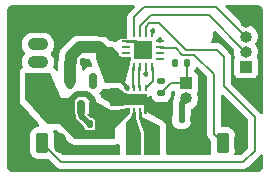
<source format=gtl>
G04 #@! TF.GenerationSoftware,KiCad,Pcbnew,9.0.0*
G04 #@! TF.CreationDate,2025-03-03T20:11:52-05:00*
G04 #@! TF.ProjectId,pcb,7063622e-6b69-4636-9164-5f7063625858,rev?*
G04 #@! TF.SameCoordinates,Original*
G04 #@! TF.FileFunction,Copper,L1,Top*
G04 #@! TF.FilePolarity,Positive*
%FSLAX46Y46*%
G04 Gerber Fmt 4.6, Leading zero omitted, Abs format (unit mm)*
G04 Created by KiCad (PCBNEW 9.0.0) date 2025-03-03 20:11:52*
%MOMM*%
%LPD*%
G01*
G04 APERTURE LIST*
G04 Aperture macros list*
%AMRoundRect*
0 Rectangle with rounded corners*
0 $1 Rounding radius*
0 $2 $3 $4 $5 $6 $7 $8 $9 X,Y pos of 4 corners*
0 Add a 4 corners polygon primitive as box body*
4,1,4,$2,$3,$4,$5,$6,$7,$8,$9,$2,$3,0*
0 Add four circle primitives for the rounded corners*
1,1,$1+$1,$2,$3*
1,1,$1+$1,$4,$5*
1,1,$1+$1,$6,$7*
1,1,$1+$1,$8,$9*
0 Add four rect primitives between the rounded corners*
20,1,$1+$1,$2,$3,$4,$5,0*
20,1,$1+$1,$4,$5,$6,$7,0*
20,1,$1+$1,$6,$7,$8,$9,0*
20,1,$1+$1,$8,$9,$2,$3,0*%
G04 Aperture macros list end*
G04 #@! TA.AperFunction,ComponentPad*
%ADD10RoundRect,0.250000X-0.265000X-0.615000X0.265000X-0.615000X0.265000X0.615000X-0.265000X0.615000X0*%
G04 #@! TD*
G04 #@! TA.AperFunction,ComponentPad*
%ADD11O,1.030000X1.730000*%
G04 #@! TD*
G04 #@! TA.AperFunction,ComponentPad*
%ADD12R,1.000000X1.000000*%
G04 #@! TD*
G04 #@! TA.AperFunction,ComponentPad*
%ADD13O,1.000000X1.000000*%
G04 #@! TD*
G04 #@! TA.AperFunction,ComponentPad*
%ADD14RoundRect,0.250000X-0.615000X0.265000X-0.615000X-0.265000X0.615000X-0.265000X0.615000X0.265000X0*%
G04 #@! TD*
G04 #@! TA.AperFunction,ComponentPad*
%ADD15O,1.730000X1.030000*%
G04 #@! TD*
G04 #@! TA.AperFunction,SMDPad,CuDef*
%ADD16RoundRect,0.140000X0.170000X-0.140000X0.170000X0.140000X-0.170000X0.140000X-0.170000X-0.140000X0*%
G04 #@! TD*
G04 #@! TA.AperFunction,SMDPad,CuDef*
%ADD17RoundRect,0.140000X0.140000X0.170000X-0.140000X0.170000X-0.140000X-0.170000X0.140000X-0.170000X0*%
G04 #@! TD*
G04 #@! TA.AperFunction,SMDPad,CuDef*
%ADD18RoundRect,0.140000X-0.140000X-0.170000X0.140000X-0.170000X0.140000X0.170000X-0.140000X0.170000X0*%
G04 #@! TD*
G04 #@! TA.AperFunction,SMDPad,CuDef*
%ADD19RoundRect,0.250000X-0.475000X0.250000X-0.475000X-0.250000X0.475000X-0.250000X0.475000X0.250000X0*%
G04 #@! TD*
G04 #@! TA.AperFunction,SMDPad,CuDef*
%ADD20R,0.254000X0.762000*%
G04 #@! TD*
G04 #@! TA.AperFunction,SMDPad,CuDef*
%ADD21R,0.762000X0.254000*%
G04 #@! TD*
G04 #@! TA.AperFunction,SMDPad,CuDef*
%ADD22R,1.498600X1.498600*%
G04 #@! TD*
G04 #@! TA.AperFunction,SMDPad,CuDef*
%ADD23RoundRect,0.062500X0.062500X-0.187500X0.062500X0.187500X-0.062500X0.187500X-0.062500X-0.187500X0*%
G04 #@! TD*
G04 #@! TA.AperFunction,SMDPad,CuDef*
%ADD24R,1.600000X0.900000*%
G04 #@! TD*
G04 #@! TA.AperFunction,SMDPad,CuDef*
%ADD25RoundRect,0.150000X0.150000X-0.512500X0.150000X0.512500X-0.150000X0.512500X-0.150000X-0.512500X0*%
G04 #@! TD*
G04 #@! TA.AperFunction,SMDPad,CuDef*
%ADD26RoundRect,0.135000X0.185000X-0.135000X0.185000X0.135000X-0.185000X0.135000X-0.185000X-0.135000X0*%
G04 #@! TD*
G04 #@! TA.AperFunction,SMDPad,CuDef*
%ADD27RoundRect,0.135000X-0.135000X-0.185000X0.135000X-0.185000X0.135000X0.185000X-0.135000X0.185000X0*%
G04 #@! TD*
G04 #@! TA.AperFunction,ViaPad*
%ADD28C,0.459000*%
G04 #@! TD*
G04 #@! TA.AperFunction,Conductor*
%ADD29C,0.128000*%
G04 #@! TD*
G04 #@! TA.AperFunction,Conductor*
%ADD30C,0.500000*%
G04 #@! TD*
G04 #@! TA.AperFunction,Conductor*
%ADD31C,1.000000*%
G04 #@! TD*
G04 #@! TA.AperFunction,Conductor*
%ADD32C,0.250000*%
G04 #@! TD*
G04 #@! TA.AperFunction,Conductor*
%ADD33C,0.300000*%
G04 #@! TD*
G04 APERTURE END LIST*
D10*
X156550000Y-105500000D03*
D11*
X158050000Y-105500000D03*
D12*
X166000000Y-99020000D03*
D13*
X166000000Y-97750000D03*
X166000000Y-96480000D03*
X166000000Y-95210000D03*
D12*
X160950000Y-100450000D03*
D13*
X160950000Y-101720000D03*
D14*
X148400000Y-95650000D03*
D15*
X148400000Y-97150000D03*
X148400000Y-98650000D03*
X148400000Y-100150000D03*
D10*
X148750000Y-105500000D03*
D11*
X150250000Y-105500000D03*
D16*
X154850000Y-103080000D03*
X154850000Y-102120000D03*
D10*
X164050000Y-105500000D03*
D11*
X165550000Y-105500000D03*
D17*
X153750000Y-103900000D03*
X152790000Y-103900000D03*
D18*
X151220000Y-98650000D03*
X152180000Y-98650000D03*
D19*
X154100000Y-96000000D03*
X154100000Y-97900000D03*
D20*
X156549999Y-99022400D03*
X157050000Y-99022400D03*
X157550000Y-99022400D03*
X158050001Y-99022400D03*
D21*
X158722400Y-98350001D03*
X158722400Y-97850000D03*
X158722400Y-97350000D03*
X158722400Y-96849999D03*
D20*
X158050001Y-96177600D03*
X157550000Y-96177600D03*
X157050000Y-96177600D03*
X156549999Y-96177600D03*
D21*
X155877600Y-96849999D03*
X155877600Y-97350000D03*
X155877600Y-97850000D03*
X155877600Y-98350001D03*
D22*
X157300000Y-97600000D03*
D16*
X154850000Y-101110000D03*
X154850000Y-100150000D03*
D23*
X156050000Y-102750000D03*
X156550000Y-102750000D03*
X157050000Y-102750000D03*
X157550000Y-102750000D03*
X157550000Y-100850000D03*
X157050000Y-100850000D03*
X156550000Y-100850000D03*
X156050000Y-100850000D03*
D24*
X156800000Y-101800000D03*
D25*
X151137500Y-102487500D03*
X152087500Y-102487500D03*
X153037500Y-102487500D03*
X153037500Y-100212500D03*
X151137500Y-100212500D03*
D18*
X160570000Y-103500000D03*
X161530000Y-103500000D03*
D26*
X158850000Y-101260000D03*
X158850000Y-100240000D03*
D27*
X159990000Y-98750000D03*
X161010000Y-98750000D03*
D28*
X151125000Y-102950000D03*
X153050000Y-102950000D03*
X153050000Y-102025000D03*
X151125000Y-102025000D03*
X153037500Y-102487500D03*
X151137500Y-102487500D03*
X155978910Y-100850202D03*
X159990000Y-98750000D03*
X161530000Y-103500000D03*
X158700000Y-96793498D03*
X158106502Y-96000000D03*
X160990000Y-98750000D03*
X157550000Y-99650000D03*
X158850000Y-100240000D03*
X153800000Y-96000000D03*
X152180000Y-98650000D03*
X156950000Y-97300000D03*
X157650000Y-97300000D03*
X157650000Y-97900000D03*
X156950000Y-97900000D03*
X154350000Y-96000000D03*
X157300000Y-101800000D03*
X156800000Y-101800000D03*
X156300000Y-101800000D03*
X154850000Y-102120000D03*
X154850000Y-101110000D03*
X152790000Y-103900000D03*
X152087500Y-102875000D03*
X152087500Y-102487500D03*
X152100000Y-102100000D03*
D29*
X164050000Y-105500000D02*
X163300000Y-104750000D01*
X163300000Y-104750000D02*
X163300000Y-99650000D01*
X160600000Y-98000000D02*
X160058000Y-97458000D01*
X161650000Y-98000000D02*
X160600000Y-98000000D01*
X163300000Y-99650000D02*
X161650000Y-98000000D01*
X158830400Y-97458000D02*
X158722400Y-97350000D01*
X160058000Y-97458000D02*
X158830400Y-97458000D01*
D30*
X151125000Y-102025000D02*
X151125000Y-101933400D01*
X152586499Y-101374000D02*
X153050000Y-101837501D01*
X151125000Y-101933400D02*
X151684400Y-101374000D01*
X151684400Y-101374000D02*
X152586499Y-101374000D01*
X153050000Y-101837501D02*
X153050000Y-102025000D01*
D31*
X154100000Y-97900000D02*
X153600062Y-97400062D01*
X153600062Y-97400062D02*
X151926702Y-97400062D01*
X151926702Y-97400062D02*
X151199000Y-98127764D01*
X151199000Y-98127764D02*
X151199000Y-98650000D01*
D29*
X148750000Y-105500000D02*
X150350000Y-107100000D01*
X165800000Y-107100000D02*
X166750000Y-106150000D01*
X166750000Y-106150000D02*
X166750000Y-103300000D01*
X164150000Y-100700000D02*
X164150000Y-98200000D01*
X150350000Y-107100000D02*
X165800000Y-107100000D01*
X166750000Y-103300000D02*
X164150000Y-100700000D01*
X164150000Y-98200000D02*
X163550000Y-97600000D01*
X163550000Y-97600000D02*
X160900000Y-97600000D01*
X157839601Y-95350000D02*
X157550000Y-95639601D01*
X160900000Y-97600000D02*
X158650000Y-95350000D01*
X158650000Y-95350000D02*
X157839601Y-95350000D01*
X157550000Y-95639601D02*
X157550000Y-96177600D01*
D31*
X151137500Y-100212500D02*
X151137500Y-98711500D01*
X151137500Y-98711500D02*
X151199000Y-98650000D01*
D32*
X156297000Y-96897000D02*
X156249999Y-96849999D01*
X156249999Y-96849999D02*
X155877600Y-96849999D01*
X156950000Y-97300000D02*
X157000000Y-97350000D01*
X157000000Y-97350000D02*
X157050000Y-97350000D01*
X157050000Y-97350000D02*
X157300000Y-97600000D01*
X156597000Y-96897000D02*
X156297000Y-96897000D01*
X156950000Y-97300000D02*
X156950000Y-97250000D01*
X156950000Y-97250000D02*
X156597000Y-96897000D01*
D29*
X158722400Y-96815898D02*
X158700000Y-96793498D01*
X158722400Y-96849999D02*
X158722400Y-96815898D01*
X158050001Y-96177600D02*
X158050001Y-96056501D01*
X158050001Y-96056501D02*
X158106502Y-96000000D01*
X156549999Y-99022400D02*
X156450000Y-99122399D01*
X156450000Y-100663102D02*
X156465000Y-100678102D01*
X156450000Y-99122399D02*
X156450000Y-100663102D01*
X156465000Y-100678102D02*
X156465000Y-100765000D01*
X156465000Y-100765000D02*
X156550000Y-100850000D01*
X157050000Y-99022400D02*
X156950000Y-99122400D01*
X156950000Y-99122400D02*
X156950000Y-100750000D01*
X156950000Y-100750000D02*
X157050000Y-100850000D01*
X158050001Y-99022400D02*
X158150000Y-99122399D01*
X158150000Y-99122399D02*
X158150000Y-100250000D01*
X158150000Y-100250000D02*
X157550000Y-100850000D01*
X157550000Y-99022400D02*
X157550000Y-99650000D01*
X160950000Y-100450000D02*
X159660000Y-100450000D01*
X159660000Y-100450000D02*
X158850000Y-101260000D01*
D30*
X160570000Y-103500000D02*
X160570000Y-102100000D01*
X160570000Y-102100000D02*
X160950000Y-101720000D01*
X152087500Y-102875000D02*
X152087500Y-102487500D01*
D33*
X156050000Y-100850000D02*
X155350000Y-100150000D01*
X155350000Y-100150000D02*
X154850000Y-100150000D01*
D30*
X152790000Y-103900000D02*
X152087500Y-103197500D01*
X152087500Y-103197500D02*
X152087500Y-102875000D01*
D29*
X157050000Y-96177600D02*
X157050000Y-95550000D01*
X162850000Y-94625000D02*
X165975000Y-97750000D01*
X157050000Y-95550000D02*
X157975000Y-94625000D01*
X157975000Y-94625000D02*
X162850000Y-94625000D01*
X165975000Y-97750000D02*
X166000000Y-97750000D01*
X160990000Y-98750000D02*
X160990000Y-100410000D01*
X160990000Y-100410000D02*
X160950000Y-100450000D01*
X166000000Y-96480000D02*
X165980000Y-96480000D01*
X165980000Y-96480000D02*
X163475000Y-93975000D01*
X163475000Y-93975000D02*
X157425000Y-93975000D01*
X157425000Y-93975000D02*
X156549999Y-94850001D01*
X156549999Y-94850001D02*
X156549999Y-96177600D01*
G04 #@! TA.AperFunction,Conductor*
G36*
X156568854Y-93820185D02*
G01*
X156614609Y-93872989D01*
X156624553Y-93942147D01*
X156595528Y-94005703D01*
X156589496Y-94012181D01*
X156098287Y-94503388D01*
X156098281Y-94503396D01*
X156023972Y-94632105D01*
X156023969Y-94632110D01*
X156004734Y-94703897D01*
X155985499Y-94775683D01*
X155985499Y-94775685D01*
X155985499Y-95515016D01*
X155977681Y-95558349D01*
X155928907Y-95689117D01*
X155922500Y-95748716D01*
X155922499Y-95748735D01*
X155922499Y-96598500D01*
X155902814Y-96665539D01*
X155850010Y-96711294D01*
X155798499Y-96722500D01*
X155448730Y-96722500D01*
X155448723Y-96722501D01*
X155389116Y-96728908D01*
X155254271Y-96779202D01*
X155254264Y-96779206D01*
X155139057Y-96865451D01*
X155139050Y-96865457D01*
X155120970Y-96889610D01*
X155065036Y-96931480D01*
X154995344Y-96936464D01*
X154980453Y-96932235D01*
X154931529Y-96914976D01*
X154931531Y-96914976D01*
X154829800Y-96900350D01*
X154789110Y-96894500D01*
X154789108Y-96894500D01*
X154560782Y-96894500D01*
X154531341Y-96885855D01*
X154501355Y-96879332D01*
X154496339Y-96875577D01*
X154493743Y-96874815D01*
X154473101Y-96858181D01*
X154381541Y-96766621D01*
X154381521Y-96766599D01*
X154237847Y-96622925D01*
X154237843Y-96622922D01*
X154073982Y-96513433D01*
X154073969Y-96513426D01*
X153921872Y-96450426D01*
X153921866Y-96450424D01*
X153913326Y-96446887D01*
X153891898Y-96438011D01*
X153795250Y-96418786D01*
X153785490Y-96416844D01*
X153698606Y-96399562D01*
X153698603Y-96399562D01*
X151828161Y-96399562D01*
X151828157Y-96399562D01*
X151734404Y-96418211D01*
X151734400Y-96418211D01*
X151731514Y-96418786D01*
X151634866Y-96438011D01*
X151613438Y-96446887D01*
X151604897Y-96450424D01*
X151604892Y-96450426D01*
X151452790Y-96513428D01*
X151452781Y-96513433D01*
X151288921Y-96622921D01*
X151246304Y-96665539D01*
X151149563Y-96762280D01*
X151149560Y-96762283D01*
X150561221Y-97350622D01*
X150561218Y-97350625D01*
X150491538Y-97420304D01*
X150421859Y-97489983D01*
X150312369Y-97653846D01*
X150278684Y-97735169D01*
X150278681Y-97735178D01*
X150276683Y-97740002D01*
X150236949Y-97835928D01*
X150222272Y-97909712D01*
X150220915Y-97916531D01*
X150220915Y-97916533D01*
X150198500Y-98029219D01*
X150198500Y-98339348D01*
X150194129Y-98371982D01*
X150192063Y-98379552D01*
X150175449Y-98419664D01*
X150161024Y-98492182D01*
X150160176Y-98496444D01*
X150160176Y-98496445D01*
X150137000Y-98612957D01*
X150137000Y-99276866D01*
X150117315Y-99343905D01*
X150064511Y-99389660D01*
X149995353Y-99399604D01*
X149931797Y-99370579D01*
X149903369Y-99334806D01*
X149877284Y-99285450D01*
X149877282Y-99285446D01*
X149872025Y-99277524D01*
X149866046Y-99268718D01*
X149768000Y-99163416D01*
X149767995Y-99163413D01*
X149754852Y-99155615D01*
X149707241Y-99104478D01*
X149694835Y-99035719D01*
X149703565Y-99001519D01*
X149704534Y-98999181D01*
X149726475Y-98946211D01*
X149765500Y-98750018D01*
X149765500Y-98549982D01*
X149726475Y-98353789D01*
X149681482Y-98245166D01*
X149649928Y-98168986D01*
X149649921Y-98168973D01*
X149538792Y-98002657D01*
X149538787Y-98002652D01*
X149523816Y-97987681D01*
X149490331Y-97926361D01*
X149495314Y-97856669D01*
X149523816Y-97812318D01*
X149538791Y-97797344D01*
X149649925Y-97631020D01*
X149657284Y-97613255D01*
X149708344Y-97489983D01*
X149726475Y-97446211D01*
X149765500Y-97250018D01*
X149765500Y-97049982D01*
X149726475Y-96853789D01*
X149695580Y-96779202D01*
X149649928Y-96668986D01*
X149649921Y-96668973D01*
X149538791Y-96502656D01*
X149538788Y-96502652D01*
X149397347Y-96361211D01*
X149397343Y-96361208D01*
X149231026Y-96250078D01*
X149231013Y-96250071D01*
X149046215Y-96173526D01*
X149046203Y-96173523D01*
X148850022Y-96134500D01*
X148850018Y-96134500D01*
X147949982Y-96134500D01*
X147949977Y-96134500D01*
X147753796Y-96173523D01*
X147753784Y-96173526D01*
X147568986Y-96250071D01*
X147568973Y-96250078D01*
X147402656Y-96361208D01*
X147402652Y-96361211D01*
X147261211Y-96502652D01*
X147261208Y-96502656D01*
X147150078Y-96668973D01*
X147150071Y-96668986D01*
X147073526Y-96853784D01*
X147073523Y-96853796D01*
X147034500Y-97049977D01*
X147034500Y-97250022D01*
X147073523Y-97446203D01*
X147073526Y-97446215D01*
X147150071Y-97631013D01*
X147150078Y-97631026D01*
X147261208Y-97797343D01*
X147261211Y-97797347D01*
X147276183Y-97812319D01*
X147309668Y-97873642D01*
X147304684Y-97943334D01*
X147276183Y-97987681D01*
X147261211Y-98002652D01*
X147261208Y-98002656D01*
X147150078Y-98168973D01*
X147150071Y-98168986D01*
X147073526Y-98353784D01*
X147073523Y-98353796D01*
X147034500Y-98549977D01*
X147034500Y-98750022D01*
X147073523Y-98946203D01*
X147073525Y-98946211D01*
X147095466Y-98999181D01*
X147097711Y-99004601D01*
X147105179Y-99074071D01*
X147073903Y-99136550D01*
X147067648Y-99142805D01*
X146963419Y-99239853D01*
X146963414Y-99239858D01*
X146890002Y-99363596D01*
X146889998Y-99363605D01*
X146882976Y-99380559D01*
X146864976Y-99431581D01*
X146856586Y-99489938D01*
X146844500Y-99574000D01*
X146844500Y-101865874D01*
X146846025Y-101905115D01*
X146863454Y-101982869D01*
X146877495Y-102045513D01*
X146877497Y-102045518D01*
X146883558Y-102061460D01*
X146898933Y-102097605D01*
X146898934Y-102097607D01*
X146898935Y-102097608D01*
X146978247Y-102217655D01*
X148372094Y-103785733D01*
X148500549Y-103930245D01*
X148530375Y-103993429D01*
X148521307Y-104062707D01*
X148476223Y-104116085D01*
X148420472Y-104135984D01*
X148332202Y-104145001D01*
X148332200Y-104145001D01*
X148165668Y-104200185D01*
X148165663Y-104200187D01*
X148016342Y-104292289D01*
X147892289Y-104416342D01*
X147800187Y-104565663D01*
X147800185Y-104565668D01*
X147772349Y-104649670D01*
X147745001Y-104732203D01*
X147745001Y-104732204D01*
X147745000Y-104732204D01*
X147734500Y-104834983D01*
X147734500Y-106165001D01*
X147734501Y-106165018D01*
X147745000Y-106267796D01*
X147745001Y-106267799D01*
X147795433Y-106419990D01*
X147800186Y-106434334D01*
X147892288Y-106583656D01*
X148016344Y-106707712D01*
X148165666Y-106799814D01*
X148332203Y-106854999D01*
X148434991Y-106865500D01*
X149065008Y-106865499D01*
X149065016Y-106865498D01*
X149065019Y-106865498D01*
X149085051Y-106863451D01*
X149167797Y-106854999D01*
X149199508Y-106844490D01*
X149269331Y-106842087D01*
X149326191Y-106874515D01*
X150003389Y-107551713D01*
X150003391Y-107551714D01*
X150003395Y-107551717D01*
X150084994Y-107598828D01*
X150115325Y-107616339D01*
X150132111Y-107626030D01*
X150275682Y-107664500D01*
X150275683Y-107664500D01*
X150275685Y-107664500D01*
X165874315Y-107664500D01*
X165874318Y-107664500D01*
X166017889Y-107626030D01*
X166146611Y-107551713D01*
X167201713Y-106496611D01*
X167218113Y-106468204D01*
X167268679Y-106419990D01*
X167337285Y-106406766D01*
X167402150Y-106432733D01*
X167442680Y-106489647D01*
X167449500Y-106530205D01*
X167449500Y-107491874D01*
X167448439Y-107508059D01*
X167448439Y-107508060D01*
X167436314Y-107600153D01*
X167427936Y-107631420D01*
X167395526Y-107709665D01*
X167379340Y-107737699D01*
X167327780Y-107804892D01*
X167304892Y-107827780D01*
X167237699Y-107879340D01*
X167209665Y-107895526D01*
X167131420Y-107927936D01*
X167100153Y-107936314D01*
X167017174Y-107947239D01*
X167008058Y-107948439D01*
X166991874Y-107949500D01*
X146258126Y-107949500D01*
X146241941Y-107948439D01*
X146231410Y-107947052D01*
X146149846Y-107936314D01*
X146118579Y-107927936D01*
X146040334Y-107895526D01*
X146012300Y-107879340D01*
X145945107Y-107827780D01*
X145922219Y-107804892D01*
X145870659Y-107737699D01*
X145854473Y-107709665D01*
X145822063Y-107631420D01*
X145813685Y-107600152D01*
X145801561Y-107508059D01*
X145800500Y-107491874D01*
X145800500Y-94258125D01*
X145801561Y-94241940D01*
X145813685Y-94149847D01*
X145813685Y-94149846D01*
X145822063Y-94118579D01*
X145843415Y-94067031D01*
X145854476Y-94040328D01*
X145870659Y-94012300D01*
X145922219Y-93945107D01*
X145945107Y-93922219D01*
X146012300Y-93870659D01*
X146040328Y-93854476D01*
X146118580Y-93822062D01*
X146149846Y-93813685D01*
X146241941Y-93801561D01*
X146258126Y-93800500D01*
X146266408Y-93800500D01*
X156501815Y-93800500D01*
X156568854Y-93820185D01*
G37*
G04 #@! TD.AperFunction*
G04 #@! TA.AperFunction,Conductor*
G36*
X150056293Y-104425185D02*
G01*
X150076935Y-104441819D01*
X151110515Y-105475399D01*
X151110549Y-105475432D01*
X151144183Y-105505642D01*
X151150798Y-105511584D01*
X151274539Y-105584998D01*
X151291510Y-105592027D01*
X151342526Y-105610024D01*
X151484942Y-105630500D01*
X151484945Y-105630500D01*
X154901003Y-105630500D01*
X154917206Y-105629631D01*
X154955020Y-105627605D01*
X155094432Y-105592027D01*
X155111403Y-105584998D01*
X155136075Y-105571525D01*
X155204343Y-105556674D01*
X155269808Y-105581089D01*
X155311681Y-105637022D01*
X155319500Y-105680358D01*
X155319500Y-106411500D01*
X155299815Y-106478539D01*
X155247011Y-106524294D01*
X155195500Y-106535500D01*
X150635186Y-106535500D01*
X150568147Y-106515815D01*
X150547505Y-106499181D01*
X149801818Y-105753494D01*
X149768333Y-105692171D01*
X149765499Y-105665813D01*
X149765499Y-104834998D01*
X149765498Y-104834981D01*
X149754999Y-104732203D01*
X149754998Y-104732200D01*
X149700754Y-104568504D01*
X149699774Y-104540039D01*
X149695722Y-104511853D01*
X149698589Y-104505574D01*
X149698352Y-104498676D01*
X149712915Y-104474204D01*
X149724747Y-104448297D01*
X149730554Y-104444564D01*
X149734084Y-104438634D01*
X149759566Y-104425920D01*
X149783525Y-104410523D01*
X149793220Y-104409128D01*
X149796604Y-104407441D01*
X149818460Y-104405500D01*
X149989254Y-104405500D01*
X150056293Y-104425185D01*
G37*
G04 #@! TD.AperFunction*
G04 #@! TA.AperFunction,Conductor*
G36*
X161890934Y-99070323D02*
G01*
X161914019Y-99073575D01*
X161927889Y-99083176D01*
X161934910Y-99085618D01*
X161939055Y-99090905D01*
X161950512Y-99098836D01*
X162699181Y-99847504D01*
X162732666Y-99908827D01*
X162735500Y-99935185D01*
X162735500Y-104675682D01*
X162735500Y-104824318D01*
X162738362Y-104834998D01*
X162773970Y-104967890D01*
X162773973Y-104967895D01*
X162848282Y-105096604D01*
X162848288Y-105096612D01*
X162998181Y-105246505D01*
X163031666Y-105307828D01*
X163034500Y-105334186D01*
X163034500Y-106165001D01*
X163034501Y-106165019D01*
X163045000Y-106267796D01*
X163045001Y-106267799D01*
X163079695Y-106372496D01*
X163082097Y-106442324D01*
X163046365Y-106502366D01*
X162983845Y-106533559D01*
X162961989Y-106535500D01*
X159404500Y-106535500D01*
X159337461Y-106515815D01*
X159291706Y-106463011D01*
X159280500Y-106411500D01*
X159280500Y-104114422D01*
X159274938Y-104039652D01*
X159274934Y-104039618D01*
X159273886Y-104032612D01*
X159273885Y-104032611D01*
X159273885Y-104032606D01*
X159238726Y-103908624D01*
X159205972Y-103854833D01*
X159163899Y-103785735D01*
X159163897Y-103785733D01*
X159152215Y-103771571D01*
X159152215Y-103771570D01*
X159115581Y-103731714D01*
X158999422Y-103646818D01*
X158999412Y-103646812D01*
X157744996Y-102980404D01*
X157738154Y-102973718D01*
X157729181Y-102970404D01*
X157713574Y-102949695D01*
X157695027Y-102931569D01*
X157691766Y-102920757D01*
X157687130Y-102914606D01*
X157680768Y-102884295D01*
X157679516Y-102880143D01*
X157679422Y-102878888D01*
X157677605Y-102844980D01*
X157676589Y-102841002D01*
X157675844Y-102831028D01*
X157676108Y-102829794D01*
X157675499Y-102821783D01*
X157675499Y-102525596D01*
X157675000Y-102521805D01*
X157675000Y-101597129D01*
X157759463Y-101586011D01*
X157759466Y-101586009D01*
X157759472Y-101586009D01*
X157896429Y-101529279D01*
X157896430Y-101529277D01*
X157898668Y-101528351D01*
X157968137Y-101520882D01*
X158030616Y-101552157D01*
X158065197Y-101608317D01*
X158077129Y-101649388D01*
X158077131Y-101649393D01*
X158158863Y-101787595D01*
X158158869Y-101787603D01*
X158272396Y-101901130D01*
X158272400Y-101901133D01*
X158272402Y-101901135D01*
X158410607Y-101982869D01*
X158450641Y-101994500D01*
X158564791Y-102027664D01*
X158564794Y-102027664D01*
X158564796Y-102027665D01*
X158600819Y-102030500D01*
X159099180Y-102030499D01*
X159135204Y-102027665D01*
X159289393Y-101982869D01*
X159427598Y-101901135D01*
X159541135Y-101787598D01*
X159622869Y-101649393D01*
X159667665Y-101495204D01*
X159670500Y-101459181D01*
X159670499Y-101289185D01*
X159679143Y-101259743D01*
X159685667Y-101229757D01*
X159689420Y-101224743D01*
X159690183Y-101222146D01*
X159706809Y-101201514D01*
X159790934Y-101117389D01*
X159852255Y-101083907D01*
X159921946Y-101088891D01*
X159977880Y-101130763D01*
X159994794Y-101161740D01*
X160006202Y-101192328D01*
X160006206Y-101192335D01*
X160015023Y-101204113D01*
X160039440Y-101269578D01*
X160030318Y-101325874D01*
X160018860Y-101353538D01*
X159987950Y-101428164D01*
X159987948Y-101428168D01*
X159987947Y-101428171D01*
X159949500Y-101621456D01*
X159949500Y-101640165D01*
X159929815Y-101707204D01*
X159928603Y-101709055D01*
X159904913Y-101744508D01*
X159848343Y-101881082D01*
X159848340Y-101881092D01*
X159819500Y-102026079D01*
X159819500Y-103117934D01*
X159814576Y-103152530D01*
X159792357Y-103229005D01*
X159792356Y-103229008D01*
X159789500Y-103265302D01*
X159789500Y-103734697D01*
X159792356Y-103770991D01*
X159792357Y-103770997D01*
X159837504Y-103926390D01*
X159837505Y-103926393D01*
X159919881Y-104065684D01*
X159919887Y-104065692D01*
X160034307Y-104180112D01*
X160034311Y-104180115D01*
X160034313Y-104180117D01*
X160173605Y-104262494D01*
X160214587Y-104274400D01*
X160329002Y-104307642D01*
X160329005Y-104307642D01*
X160329007Y-104307643D01*
X160365310Y-104310500D01*
X160365318Y-104310500D01*
X160774682Y-104310500D01*
X160774690Y-104310500D01*
X160810993Y-104307643D01*
X160810995Y-104307642D01*
X160810997Y-104307642D01*
X160863841Y-104292289D01*
X160966395Y-104262494D01*
X161105687Y-104180117D01*
X161220117Y-104065687D01*
X161302494Y-103926395D01*
X161347475Y-103771571D01*
X161347642Y-103770997D01*
X161347643Y-103770991D01*
X161350499Y-103734697D01*
X161350500Y-103734690D01*
X161350500Y-103265310D01*
X161347643Y-103229007D01*
X161325423Y-103152528D01*
X161320500Y-103117934D01*
X161320500Y-102732321D01*
X161340185Y-102665282D01*
X161392989Y-102619527D01*
X161397015Y-102617773D01*
X161423914Y-102606632D01*
X161587782Y-102497139D01*
X161727139Y-102357782D01*
X161836632Y-102193914D01*
X161912051Y-102011835D01*
X161950500Y-101818541D01*
X161950500Y-101621459D01*
X161950500Y-101621456D01*
X161912052Y-101428170D01*
X161912051Y-101428169D01*
X161912051Y-101428165D01*
X161869680Y-101325873D01*
X161862212Y-101256407D01*
X161884977Y-101204111D01*
X161893796Y-101192331D01*
X161944091Y-101057483D01*
X161950500Y-100997873D01*
X161950499Y-99902128D01*
X161944091Y-99842517D01*
X161914182Y-99762328D01*
X161893797Y-99707671D01*
X161893793Y-99707664D01*
X161807547Y-99592455D01*
X161807544Y-99592452D01*
X161685231Y-99500888D01*
X161686293Y-99499468D01*
X161644462Y-99457640D01*
X161629609Y-99389367D01*
X161643163Y-99341224D01*
X161649225Y-99329507D01*
X161651135Y-99327598D01*
X161732869Y-99189393D01*
X161747135Y-99140286D01*
X161752701Y-99129531D01*
X161768813Y-99112683D01*
X161781360Y-99093037D01*
X161792509Y-99087906D01*
X161800992Y-99079037D01*
X161823654Y-99073575D01*
X161844832Y-99063830D01*
X161856985Y-99065541D01*
X161868917Y-99062666D01*
X161890934Y-99070323D01*
G37*
G04 #@! TD.AperFunction*
G04 #@! TA.AperFunction,Conductor*
G36*
X164069703Y-101418472D02*
G01*
X164076181Y-101424504D01*
X166149181Y-103497504D01*
X166182666Y-103558827D01*
X166185500Y-103585185D01*
X166185500Y-105864814D01*
X166165815Y-105931853D01*
X166149181Y-105952495D01*
X165602495Y-106499181D01*
X165541172Y-106532666D01*
X165514814Y-106535500D01*
X165138011Y-106535500D01*
X165070972Y-106515815D01*
X165025217Y-106463011D01*
X165015273Y-106393853D01*
X165020305Y-106372496D01*
X165021832Y-106367889D01*
X165054999Y-106267797D01*
X165065500Y-106165009D01*
X165065499Y-104834992D01*
X165054999Y-104732203D01*
X164999814Y-104565666D01*
X164907712Y-104416344D01*
X164783656Y-104292288D01*
X164634334Y-104200186D01*
X164467797Y-104145001D01*
X164467795Y-104145000D01*
X164365016Y-104134500D01*
X164365009Y-104134500D01*
X163988500Y-104134500D01*
X163921461Y-104114815D01*
X163875706Y-104062011D01*
X163864500Y-104010500D01*
X163864500Y-101512185D01*
X163884185Y-101445146D01*
X163936989Y-101399391D01*
X164006147Y-101389447D01*
X164069703Y-101418472D01*
G37*
G04 #@! TD.AperFunction*
G04 #@! TA.AperFunction,Conductor*
G36*
X167008059Y-93801561D02*
G01*
X167100152Y-93813685D01*
X167131421Y-93822063D01*
X167209668Y-93854474D01*
X167237699Y-93870659D01*
X167304892Y-93922219D01*
X167327780Y-93945107D01*
X167379340Y-94012300D01*
X167395526Y-94040334D01*
X167427936Y-94118579D01*
X167436314Y-94149846D01*
X167448439Y-94241939D01*
X167449500Y-94258125D01*
X167449500Y-102919796D01*
X167429815Y-102986835D01*
X167377011Y-103032590D01*
X167307853Y-103042534D01*
X167244297Y-103013509D01*
X167232736Y-103002082D01*
X167224398Y-102992682D01*
X167201712Y-102953389D01*
X167096611Y-102848288D01*
X165926103Y-101677780D01*
X164750819Y-100502495D01*
X164717334Y-100441172D01*
X164714500Y-100414814D01*
X164714500Y-98125684D01*
X164714500Y-98125682D01*
X164676030Y-97982111D01*
X164601712Y-97853389D01*
X164496611Y-97748288D01*
X163896611Y-97148287D01*
X163896609Y-97148286D01*
X163896604Y-97148282D01*
X163767895Y-97073973D01*
X163767890Y-97073970D01*
X163731996Y-97064352D01*
X163624318Y-97035500D01*
X163624315Y-97035500D01*
X163205587Y-97035500D01*
X163138548Y-97015815D01*
X163092793Y-96963011D01*
X163082849Y-96893853D01*
X163095102Y-96855205D01*
X163158882Y-96730029D01*
X163158882Y-96730028D01*
X163158884Y-96730025D01*
X163219709Y-96542826D01*
X163224365Y-96513428D01*
X163250500Y-96348422D01*
X163250500Y-96151576D01*
X163248520Y-96139075D01*
X163257475Y-96069782D01*
X163302471Y-96016330D01*
X163369223Y-95995691D01*
X163436536Y-96014416D01*
X163458670Y-96031993D01*
X164092216Y-96665539D01*
X164965679Y-97539002D01*
X164999164Y-97600325D01*
X164999568Y-97645342D01*
X165000097Y-97645395D01*
X164999613Y-97650309D01*
X164999618Y-97650859D01*
X164999500Y-97651447D01*
X164999500Y-97651459D01*
X164999500Y-97848541D01*
X164999500Y-97848543D01*
X164999499Y-97848543D01*
X165037947Y-98041828D01*
X165037948Y-98041831D01*
X165037949Y-98041835D01*
X165078982Y-98140900D01*
X165080318Y-98144124D01*
X165087787Y-98213593D01*
X165065026Y-98265884D01*
X165056203Y-98277670D01*
X165056202Y-98277671D01*
X165005908Y-98412517D01*
X165003618Y-98433823D01*
X164999501Y-98472123D01*
X164999500Y-98472135D01*
X164999500Y-99567870D01*
X164999501Y-99567876D01*
X165005908Y-99627483D01*
X165056202Y-99762328D01*
X165056206Y-99762335D01*
X165142452Y-99877544D01*
X165142455Y-99877547D01*
X165257664Y-99963793D01*
X165257671Y-99963797D01*
X165392517Y-100014091D01*
X165392516Y-100014091D01*
X165399444Y-100014835D01*
X165452127Y-100020500D01*
X166547872Y-100020499D01*
X166607483Y-100014091D01*
X166742331Y-99963796D01*
X166857546Y-99877546D01*
X166943796Y-99762331D01*
X166994091Y-99627483D01*
X167000500Y-99567873D01*
X167000499Y-98472128D01*
X166994091Y-98412517D01*
X166978972Y-98371982D01*
X166943797Y-98277671D01*
X166943795Y-98277668D01*
X166934976Y-98265887D01*
X166910558Y-98200423D01*
X166919679Y-98144128D01*
X166962051Y-98041835D01*
X166981644Y-97943334D01*
X167000500Y-97848543D01*
X167000500Y-97651456D01*
X166962052Y-97458170D01*
X166962051Y-97458169D01*
X166962051Y-97458165D01*
X166957096Y-97446203D01*
X166886635Y-97276092D01*
X166886633Y-97276088D01*
X166886632Y-97276086D01*
X166886628Y-97276080D01*
X166825029Y-97183891D01*
X166804151Y-97117214D01*
X166822635Y-97049834D01*
X166825029Y-97046109D01*
X166872942Y-96974402D01*
X166886632Y-96953914D01*
X166892395Y-96940002D01*
X166923274Y-96865451D01*
X166962051Y-96771835D01*
X166983195Y-96665539D01*
X167000500Y-96578543D01*
X167000500Y-96381456D01*
X166962052Y-96188170D01*
X166962051Y-96188169D01*
X166962051Y-96188165D01*
X166955986Y-96173523D01*
X166886635Y-96006092D01*
X166886628Y-96006079D01*
X166777139Y-95842218D01*
X166777136Y-95842214D01*
X166637785Y-95702863D01*
X166637781Y-95702860D01*
X166473920Y-95593371D01*
X166473907Y-95593364D01*
X166291839Y-95517950D01*
X166291829Y-95517947D01*
X166098543Y-95479500D01*
X166098541Y-95479500D01*
X165901459Y-95479500D01*
X165863339Y-95487082D01*
X165793748Y-95480853D01*
X165751469Y-95453145D01*
X164310505Y-94012181D01*
X164277020Y-93950858D01*
X164282004Y-93881166D01*
X164323876Y-93825233D01*
X164389340Y-93800816D01*
X164398186Y-93800500D01*
X166983592Y-93800500D01*
X166991874Y-93800500D01*
X167008059Y-93801561D01*
G37*
G04 #@! TD.AperFunction*
G04 #@! TA.AperFunction,Conductor*
G36*
X153938383Y-100922226D02*
G01*
X153989203Y-100938492D01*
X154132159Y-100954772D01*
X154132168Y-100954771D01*
X154132171Y-100954772D01*
X154525000Y-100943217D01*
X154525000Y-102100197D01*
X153829245Y-101694340D01*
X153781256Y-101643557D01*
X153773063Y-101623222D01*
X153771659Y-101618596D01*
X153771658Y-101618588D01*
X153751210Y-101569221D01*
X153715087Y-101482012D01*
X153715080Y-101481999D01*
X153632951Y-101359085D01*
X153632312Y-101358306D01*
X153632104Y-101357818D01*
X153629567Y-101354020D01*
X153630287Y-101353538D01*
X153605000Y-101293996D01*
X153616791Y-101225129D01*
X153640482Y-101191963D01*
X153705581Y-101126865D01*
X153789244Y-100985398D01*
X153789244Y-100985397D01*
X153793215Y-100978683D01*
X153795828Y-100980228D01*
X153831415Y-100937411D01*
X153898035Y-100916351D01*
X153938383Y-100922226D01*
G37*
G04 #@! TD.AperFunction*
G04 #@! TA.AperFunction,Conductor*
G36*
X152801054Y-98420247D02*
G01*
X152846809Y-98473051D01*
X152853749Y-98492317D01*
X152876734Y-98577673D01*
X152971907Y-98837814D01*
X152988401Y-98882896D01*
X152992949Y-98952617D01*
X152959080Y-99013729D01*
X152897548Y-99046829D01*
X152871950Y-99049500D01*
X152821798Y-99049500D01*
X152784932Y-99052401D01*
X152784926Y-99052402D01*
X152627106Y-99098254D01*
X152627103Y-99098255D01*
X152485637Y-99181917D01*
X152485629Y-99181923D01*
X152369423Y-99298129D01*
X152369417Y-99298137D01*
X152368731Y-99299298D01*
X152367956Y-99300021D01*
X152366823Y-99301481D01*
X152366315Y-99303214D01*
X152341591Y-99324637D01*
X152317661Y-99346980D01*
X152315313Y-99347406D01*
X152313511Y-99348969D01*
X152281114Y-99353627D01*
X152248919Y-99359483D01*
X152246714Y-99358573D01*
X152244353Y-99358913D01*
X152214576Y-99345314D01*
X152184330Y-99332836D01*
X152182967Y-99330879D01*
X152180797Y-99329888D01*
X152163100Y-99302352D01*
X152144401Y-99275500D01*
X152143911Y-99272492D01*
X152143023Y-99271110D01*
X152138000Y-99236175D01*
X152138000Y-99022151D01*
X152147439Y-98974697D01*
X152153298Y-98960552D01*
X152161051Y-98941836D01*
X152187267Y-98810040D01*
X152195422Y-98769040D01*
X152199500Y-98748542D01*
X152199500Y-98593546D01*
X152208144Y-98564105D01*
X152214668Y-98534119D01*
X152218422Y-98529103D01*
X152219185Y-98526507D01*
X152235819Y-98505865D01*
X152304803Y-98436881D01*
X152366126Y-98403396D01*
X152392484Y-98400562D01*
X152734015Y-98400562D01*
X152801054Y-98420247D01*
G37*
G04 #@! TD.AperFunction*
G04 #@! TA.AperFunction,Conductor*
G36*
X157315514Y-97052689D02*
G01*
X157315517Y-97052691D01*
X157375127Y-97059100D01*
X157716900Y-97059099D01*
X157783939Y-97078783D01*
X157829694Y-97131587D01*
X157840900Y-97183099D01*
X157840900Y-97524869D01*
X157840901Y-97524879D01*
X157847552Y-97586751D01*
X157847552Y-97613257D01*
X157847309Y-97615516D01*
X157847309Y-97615517D01*
X157840900Y-97675127D01*
X157840900Y-97675129D01*
X157840900Y-97675133D01*
X157840900Y-98016900D01*
X157821215Y-98083939D01*
X157768411Y-98129694D01*
X157716900Y-98140900D01*
X157375130Y-98140900D01*
X157375120Y-98140901D01*
X157313248Y-98147552D01*
X157286742Y-98147552D01*
X157284483Y-98147309D01*
X157224873Y-98140900D01*
X157224866Y-98140900D01*
X156891513Y-98140900D01*
X156865393Y-98133230D01*
X156838501Y-98128997D01*
X156832359Y-98123530D01*
X156824474Y-98121215D01*
X156806649Y-98100644D01*
X156786313Y-98082542D01*
X156781787Y-98071951D01*
X156778719Y-98068411D01*
X156772080Y-98050245D01*
X156771714Y-98048935D01*
X156767027Y-98030568D01*
X156765674Y-98027303D01*
X156763666Y-98020108D01*
X156763795Y-98010392D01*
X156759099Y-97986763D01*
X156759099Y-97675129D01*
X156759099Y-97675128D01*
X156752691Y-97615517D01*
X156752689Y-97615513D01*
X156752447Y-97613255D01*
X156752447Y-97586745D01*
X156752689Y-97584486D01*
X156752691Y-97584483D01*
X156759100Y-97524873D01*
X156759099Y-97183098D01*
X156778783Y-97116060D01*
X156831587Y-97070305D01*
X156883094Y-97059099D01*
X157224872Y-97059099D01*
X157284483Y-97052691D01*
X157284486Y-97052689D01*
X157286744Y-97052447D01*
X157313254Y-97052447D01*
X157315514Y-97052689D01*
G37*
G04 #@! TD.AperFunction*
G04 #@! TA.AperFunction,Conductor*
G36*
X156667971Y-102882029D02*
G01*
X156675000Y-102899000D01*
X156675000Y-103000000D01*
X156717957Y-103113930D01*
X156719500Y-103122395D01*
X156719500Y-103370706D01*
X156722709Y-103406881D01*
X156722712Y-103406899D01*
X156724197Y-103415206D01*
X156733727Y-103450252D01*
X156733730Y-103450262D01*
X157168012Y-104625380D01*
X157169500Y-104633700D01*
X157169500Y-106526000D01*
X157162471Y-106542971D01*
X157145500Y-106550000D01*
X155849000Y-106550000D01*
X155832029Y-106542971D01*
X155825000Y-106526000D01*
X155825000Y-103809278D01*
X155831240Y-103793135D01*
X156325000Y-103250000D01*
X156420249Y-102892815D01*
X156431414Y-102878230D01*
X156443439Y-102875000D01*
X156651000Y-102875000D01*
X156667971Y-102882029D01*
G37*
G04 #@! TD.AperFunction*
G04 #@! TA.AperFunction,Conductor*
G36*
X157167971Y-102882029D02*
G01*
X157175000Y-102899000D01*
X157175000Y-103250000D01*
X158762261Y-104093232D01*
X158773949Y-104107401D01*
X158775000Y-104114426D01*
X158775000Y-106526000D01*
X158767971Y-106542971D01*
X158751000Y-106550000D01*
X157399000Y-106550000D01*
X157382029Y-106542971D01*
X157375000Y-106526000D01*
X157375000Y-104592650D01*
X157195669Y-104107401D01*
X156926488Y-103379026D01*
X156925000Y-103370706D01*
X156925000Y-102899000D01*
X156932029Y-102882029D01*
X156949000Y-102875000D01*
X157151000Y-102875000D01*
X157167971Y-102882029D01*
G37*
G04 #@! TD.AperFunction*
G04 #@! TA.AperFunction,Conductor*
G36*
X149450827Y-99557029D02*
G01*
X149456084Y-99564951D01*
X150325000Y-101700000D01*
X151476000Y-101700000D01*
X151492971Y-101707029D01*
X151500000Y-101724000D01*
X151500000Y-103000000D01*
X149150000Y-103000000D01*
X149150000Y-103895535D01*
X149143807Y-103892971D01*
X149142840Y-103891945D01*
X147356062Y-101881819D01*
X147350000Y-101865874D01*
X147350000Y-99574000D01*
X147357029Y-99557029D01*
X147374000Y-99550000D01*
X149433856Y-99550000D01*
X149450827Y-99557029D01*
G37*
G04 #@! TD.AperFunction*
G04 #@! TA.AperFunction,Conductor*
G36*
X153355604Y-102003269D02*
G01*
X154550000Y-102700000D01*
X155124996Y-102700000D01*
X155125000Y-102700000D01*
X155922132Y-102500717D01*
X155927953Y-102500000D01*
X156151000Y-102500000D01*
X156167971Y-102507029D01*
X156175000Y-102524000D01*
X156175000Y-102989916D01*
X156167971Y-103006887D01*
X156167798Y-103007057D01*
X154925001Y-104224997D01*
X154925000Y-104225000D01*
X154925000Y-104050000D01*
X153350000Y-103000000D01*
X152750000Y-103000000D01*
X152750000Y-102024000D01*
X152757029Y-102007029D01*
X152774000Y-102000000D01*
X153343511Y-102000000D01*
X153355604Y-102003269D01*
G37*
G04 #@! TD.AperFunction*
G04 #@! TA.AperFunction,Conductor*
G36*
X155644141Y-101123544D02*
G01*
X155714884Y-101194287D01*
X155812936Y-101250898D01*
X155843419Y-101259066D01*
X155850534Y-101262289D01*
X155873020Y-101277314D01*
X155884882Y-101285240D01*
X155892098Y-101286675D01*
X155904305Y-101289103D01*
X156000000Y-101350000D01*
X157675000Y-101350000D01*
X157675000Y-103000000D01*
X157425000Y-103000000D01*
X157350000Y-102250000D01*
X156000000Y-102250000D01*
X155350000Y-102400000D01*
X154525000Y-102400000D01*
X154525000Y-100825000D01*
X155175000Y-100825000D01*
X155644141Y-101123544D01*
G37*
G04 #@! TD.AperFunction*
G04 #@! TA.AperFunction,Conductor*
G36*
X154806081Y-97407029D02*
G01*
X154807164Y-97408187D01*
X155290162Y-97960186D01*
X155296100Y-97975988D01*
X155296100Y-97996752D01*
X155307732Y-98055229D01*
X155307732Y-98055230D01*
X155307733Y-98055231D01*
X155352048Y-98121552D01*
X155418369Y-98165867D01*
X155442644Y-98170695D01*
X155473035Y-98176741D01*
X155486414Y-98184475D01*
X155499999Y-98199999D01*
X155499999Y-98200000D01*
X155500000Y-98200000D01*
X156276000Y-98200000D01*
X156292971Y-98207029D01*
X156300000Y-98224000D01*
X156300000Y-98469618D01*
X156292971Y-98486589D01*
X156289334Y-98489573D01*
X156278450Y-98496845D01*
X156278445Y-98496850D01*
X156234131Y-98563170D01*
X156222499Y-98621647D01*
X156222499Y-98791397D01*
X156221709Y-98797505D01*
X155804566Y-100382645D01*
X155793449Y-100397268D01*
X155782062Y-100400527D01*
X154117298Y-100449491D01*
X154100128Y-100442963D01*
X154094054Y-100433749D01*
X153351461Y-98403993D01*
X153350000Y-98395747D01*
X153350000Y-97424000D01*
X153357029Y-97407029D01*
X153374000Y-97400000D01*
X154789110Y-97400000D01*
X154806081Y-97407029D01*
G37*
G04 #@! TD.AperFunction*
G04 #@! TA.AperFunction,Conductor*
G36*
X151579971Y-103007029D02*
G01*
X151587000Y-103024000D01*
X151587000Y-103033263D01*
X151596925Y-103101390D01*
X151596926Y-103101391D01*
X151634561Y-103178374D01*
X151637000Y-103188915D01*
X151637000Y-103256809D01*
X151649913Y-103305000D01*
X151667701Y-103371387D01*
X151727011Y-103474114D01*
X152148432Y-103895535D01*
X152302471Y-104049574D01*
X152309500Y-104066544D01*
X152309500Y-104109895D01*
X152316028Y-104159487D01*
X152316028Y-104159489D01*
X152366774Y-104268313D01*
X152366775Y-104268314D01*
X152366776Y-104268316D01*
X152451684Y-104353224D01*
X152560513Y-104403972D01*
X152610099Y-104410500D01*
X152969900Y-104410499D01*
X153019487Y-104403972D01*
X153128316Y-104353224D01*
X153213224Y-104268316D01*
X153263972Y-104159487D01*
X153270500Y-104109901D01*
X153270499Y-103690100D01*
X153263972Y-103640513D01*
X153213224Y-103531684D01*
X153128316Y-103446776D01*
X153128314Y-103446775D01*
X153128313Y-103446774D01*
X153019488Y-103396028D01*
X153009569Y-103394722D01*
X152969901Y-103389500D01*
X152969897Y-103389500D01*
X152926545Y-103389500D01*
X152909574Y-103382471D01*
X152592999Y-103065896D01*
X152592601Y-103064935D01*
X152591678Y-103064462D01*
X152590032Y-103058734D01*
X152585970Y-103048925D01*
X152586049Y-103046977D01*
X152586109Y-103046233D01*
X152588000Y-103033260D01*
X152588000Y-103023021D01*
X152588079Y-103022052D01*
X152591858Y-103014684D01*
X152595029Y-103007029D01*
X152595989Y-103006631D01*
X152596463Y-103005708D01*
X152604345Y-103003170D01*
X152612000Y-103000000D01*
X152749999Y-103000000D01*
X153350000Y-103000000D01*
X154925000Y-104050000D01*
X154925000Y-104225000D01*
X154925000Y-105101000D01*
X154917971Y-105117971D01*
X154901000Y-105125000D01*
X151484942Y-105125000D01*
X151467971Y-105117971D01*
X151451000Y-105101000D01*
X150250000Y-103900000D01*
X150249999Y-103900000D01*
X149160778Y-103900000D01*
X149150000Y-103895535D01*
X149150000Y-103000000D01*
X151500001Y-103000000D01*
X151563000Y-103000000D01*
X151579971Y-103007029D01*
G37*
G04 #@! TD.AperFunction*
M02*

</source>
